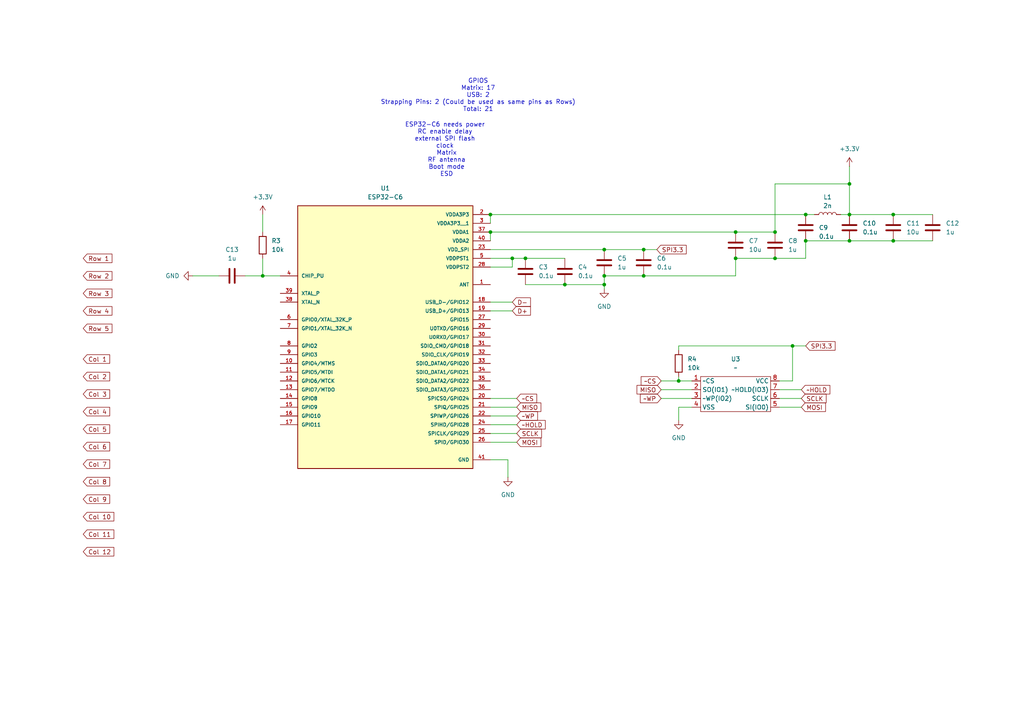
<source format=kicad_sch>
(kicad_sch (version 20250114) (generator "eeschema") (generator_version "9.0")
  (paper "A4")
  (lib_symbols
    (symbol "Device:C" (pin_numbers (hide yes)) (pin_names (offset 0.254))
      (property "Reference" "C" (at 0.635 2.54 0))
      (property "Value" "C" (at 0.635 -2.54 0))
      (symbol "C_0_1"
        (polyline (pts (xy -2.032 0.762) (xy 2.032 0.762)) (stroke (width 0.508)))
        (polyline (pts (xy -2.032 -0.762) (xy 2.032 -0.762)) (stroke (width 0.508)))
      )
      (symbol "C_1_1"
        (pin passive line (at 0 3.81 270) (length 2.794) (name "~") (number "1"))
        (pin passive line (at 0 -3.81 90) (length 2.794) (name "~") (number "2"))
      )
    )
    (symbol "Device:L" (pin_numbers (hide yes)) (pin_names (offset 1.016) (hide yes))
      (property "Reference" "L" (at -1.27 0 90))
      (property "Value" "L" (at 1.905 0 90))
      (symbol "L_0_1"
        (arc (start 0 2.54) (mid 0.6323 1.905) (end 0 1.27))
        (arc (start 0 1.27) (mid 0.6323 0.635) (end 0 0))
        (arc (start 0 0) (mid 0.6323 -0.635) (end 0 -1.27))
        (arc (start 0 -1.27) (mid 0.6323 -1.905) (end 0 -2.54))
      )
      (symbol "L_1_1"
        (pin passive line (at 0 3.81 270) (length 1.27) (name "1") (number "1"))
        (pin passive line (at 0 -3.81 90) (length 1.27) (name "2") (number "2"))
      )
    )
    (symbol "Device:R" (pin_numbers (hide yes)) (pin_names (offset 0))
      (property "Reference" "R" (at 2.032 0 90))
      (property "Value" "R" (at 0 0 90))
      (symbol "R_0_1"
        (rectangle (start -1.016 -2.54) (end 1.016 2.54) (stroke (width 0.254)))
      )
      (symbol "R_1_1"
        (pin passive line (at 0 3.81 270) (length 1.27) (name "~") (number "1"))
        (pin passive line (at 0 -3.81 90) (length 1.27) (name "~") (number "2"))
      )
    )
    (symbol "ESP32:ESP32-C6" (pin_names (offset 1.016))
      (property "Reference" "U" (at -25.4 36.322 0))
      (property "Value" "ESP32-C6" (at -25.4 -43.18 0))
      (symbol "ESP32-C6_0_0"
        (rectangle (start -25.4 -40.64) (end 25.4 35.56) (stroke (width 0.254)) (fill (type background)))
        (pin input line (at -30.48 15.24 0) (length 5.08) (name "CHIP_PU") (number "4"))
        (pin bidirectional line (at -30.48 10.16 0) (length 5.08) (name "XTAL_P") (number "39"))
        (pin bidirectional line (at -30.48 7.62 0) (length 5.08) (name "XTAL_N") (number "38"))
        (pin bidirectional line (at -30.48 2.54 0) (length 5.08) (name "GPIO0/XTAL_32K_P") (number "6"))
        (pin bidirectional line (at -30.48 0 0) (length 5.08) (name "GPIO1/XTAL_32K_N") (number "7"))
        (pin bidirectional line (at -30.48 -5.08 0) (length 5.08) (name "GPIO2") (number "8"))
        (pin bidirectional line (at -30.48 -7.62 0) (length 5.08) (name "GPIO3") (number "9"))
        (pin bidirectional line (at -30.48 -10.16 0) (length 5.08) (name "GPIO4/MTMS") (number "10"))
        (pin bidirectional line (at -30.48 -12.7 0) (length 5.08) (name "GPIO5/MTDI") (number "11"))
        (pin bidirectional line (at -30.48 -15.24 0) (length 5.08) (name "GPIO6/MTCK") (number "12"))
        (pin bidirectional line (at -30.48 -17.78 0) (length 5.08) (name "GPIO7/MTDO") (number "13"))
        (pin bidirectional line (at -30.48 -20.32 0) (length 5.08) (name "GPIO8") (number "14"))
        (pin bidirectional line (at -30.48 -22.86 0) (length 5.08) (name "GPIO9") (number "15"))
        (pin bidirectional line (at -30.48 -25.4 0) (length 5.08) (name "GPIO10") (number "16"))
        (pin bidirectional line (at -30.48 -27.94 0) (length 5.08) (name "GPIO11") (number "17"))
        (pin power_in line (at 30.48 33.02 180) (length 5.08) (name "VDDA3P3") (number "2"))
        (pin power_in line (at 30.48 30.48 180) (length 5.08) (name "VDDA3P3__1") (number "3"))
        (pin power_in line (at 30.48 27.94 180) (length 5.08) (name "VDDA1") (number "37"))
        (pin power_in line (at 30.48 25.4 180) (length 5.08) (name "VDDA2") (number "40"))
        (pin power_in line (at 30.48 22.86 180) (length 5.08) (name "VDD_SPI") (number "23"))
        (pin power_in line (at 30.48 20.32 180) (length 5.08) (name "VDDPST1") (number "5"))
        (pin power_in line (at 30.48 17.78 180) (length 5.08) (name "VDDPST2") (number "28"))
        (pin bidirectional line (at 30.48 12.7 180) (length 5.08) (name "ANT") (number "1"))
        (pin bidirectional line (at 30.48 7.62 180) (length 5.08) (name "USB_D-/GPIO12") (number "18"))
        (pin bidirectional line (at 30.48 5.08 180) (length 5.08) (name "USB_D+/GPIO13") (number "19"))
        (pin bidirectional line (at 30.48 2.54 180) (length 5.08) (name "GPIO15") (number "27"))
        (pin bidirectional line (at 30.48 0 180) (length 5.08) (name "U0TXD/GPIO16") (number "29"))
        (pin bidirectional line (at 30.48 -2.54 180) (length 5.08) (name "U0RXD/GPIO17") (number "30"))
        (pin bidirectional line (at 30.48 -5.08 180) (length 5.08) (name "SDIO_CMD/GPIO18") (number "31"))
        (pin bidirectional line (at 30.48 -7.62 180) (length 5.08) (name "SDIO_CLK/GPIO19") (number "32"))
        (pin bidirectional line (at 30.48 -10.16 180) (length 5.08) (name "SDIO_DATA0/GPIO20") (number "33"))
        (pin bidirectional line (at 30.48 -12.7 180) (length 5.08) (name "SDIO_DATA1/GPIO21") (number "34"))
        (pin bidirectional line (at 30.48 -15.24 180) (length 5.08) (name "SDIO_DATA2/GPIO22") (number "35"))
        (pin bidirectional line (at 30.48 -17.78 180) (length 5.08) (name "SDIO_DATA3/GPIO23") (number "36"))
        (pin bidirectional line (at 30.48 -20.32 180) (length 5.08) (name "SPICS0/GPIO24") (number "20"))
        (pin bidirectional line (at 30.48 -22.86 180) (length 5.08) (name "SPIQ/GPIO25") (number "21"))
        (pin bidirectional line (at 30.48 -25.4 180) (length 5.08) (name "SPIWP/GPIO26") (number "22"))
        (pin bidirectional line (at 30.48 -27.94 180) (length 5.08) (name "SPIHD/GPIO28") (number "24"))
        (pin bidirectional line (at 30.48 -30.48 180) (length 5.08) (name "SPICLK/GPIO29") (number "25"))
        (pin bidirectional line (at 30.48 -33.02 180) (length 5.08) (name "SPID/GPIO30") (number "26"))
        (pin power_in line (at 30.48 -38.1 180) (length 5.08) (name "GND") (number "41"))
      )
    )
    (symbol "ESP32:GD25Q32ESIGR"
      (property "Reference" "U" (at 0 0 0))
      (symbol "GD25Q32ESIGR_1_1"
        (rectangle (start -6.35 1.27) (end 13.97 -8.89))
        (pin input line (at -8.89 0 0) (length 2.54) (name "~CS") (number "1"))
        (pin output line (at -8.89 -2.54 0) (length 2.54) (name "SO(IO1)") (number "2"))
        (pin bidirectional line (at -8.89 -5.08 0) (length 2.54) (name "~WP(IO2)") (number "3"))
        (pin input line (at -8.89 -7.62 0) (length 2.54) (name "VSS") (number "4"))
        (pin input line (at 16.51 0 180) (length 2.54) (name "VCC") (number "8"))
        (pin input line (at 16.51 -2.54 180) (length 2.54) (name "~HOLD(IO3)") (number "7"))
        (pin input line (at 16.51 -5.08 180) (length 2.54) (name "SCLK") (number "6"))
        (pin input line (at 16.51 -7.62 180) (length 2.54) (name "SI(IO0)") (number "5"))
      )
    )
    (symbol "power:+3.3V" (power) (pin_numbers (hide yes)) (pin_names (offset 0) (hide yes))
      (property "Value" "+3.3V" (at 0 3.556 0))
      (symbol "+3.3V_0_1"
        (polyline (pts (xy -0.762 1.27) (xy 0 2.54)))
        (polyline (pts (xy 0 2.54) (xy 0.762 1.27)))
        (polyline (pts (xy 0 0) (xy 0 2.54)))
      )
      (symbol "+3.3V_1_1"
        (pin power_in line (at 0 0 90) (length 0) (name "~") (number "1"))
      )
    )
    (symbol "power:GND" (power) (pin_numbers (hide yes)) (pin_names (offset 0) (hide yes))
      (property "Value" "GND" (at 0 -3.81 0))
      (symbol "GND_0_1"
        (polyline (pts (xy 0 0) (xy 0 -1.27) (xy 1.27 -1.27) (xy 0 -2.54) (xy -1.27 -1.27) (xy 0 -1.27)))
      )
      (symbol "GND_1_1"
        (pin power_in line (at 0 0 270) (length 0) (name "~") (number "1"))
      )
    )
  )
  (text "GPIOS\nMatrix: 17\nUSB: 2\nStrapping Pins: 2 (Could be used as same pins as Rows)\nTotal: 21" (at 138.684 27.686 0) (effects (font (size 1.27 1.27))))
  (text "ESP32-C6 needs power \nRC enable delay \nexternal SPI flash \nclock \nMatrix\nRF antenna\nBoot mode\nESD" (at 129.54 43.434 0) (effects (font (size 1.27 1.27))))
  (junction (at 224.79 74.93))
  (junction (at 259.08 69.85))
  (junction (at 142.24 62.23))
  (junction (at 148.59 74.93))
  (junction (at 246.38 53.34))
  (junction (at 213.36 74.93))
  (junction (at 246.38 69.85))
  (junction (at 163.83 82.55))
  (junction (at 233.68 69.85))
  (junction (at 233.68 62.23))
  (junction (at 175.26 80.01))
  (junction (at 224.79 67.31))
  (junction (at 186.69 72.39))
  (junction (at 186.69 80.01))
  (junction (at 175.26 72.39))
  (junction (at 213.36 67.31))
  (junction (at 196.85 110.49))
  (junction (at 76.2 80.01))
  (junction (at 229.87 100.33))
  (junction (at 246.38 62.23))
  (junction (at 142.24 67.31))
  (junction (at 152.4 74.93))
  (junction (at 259.08 62.23))
  (junction (at 175.26 82.55))
  (wire (pts (xy 226.06 113.03) (xy 232.41 113.03)))
  (wire (pts (xy 213.36 80.01) (xy 213.36 74.93)))
  (wire (pts (xy 147.32 138.43) (xy 147.32 133.35)))
  (wire (pts (xy 196.85 100.33) (xy 196.85 101.6)))
  (wire (pts (xy 76.2 74.93) (xy 76.2 80.01)))
  (wire (pts (xy 142.24 118.11) (xy 149.86 118.11)))
  (wire (pts (xy 246.38 53.34) (xy 224.79 53.34)))
  (wire (pts (xy 175.26 72.39) (xy 186.69 72.39)))
  (wire (pts (xy 190.5 72.39) (xy 186.69 72.39)))
  (wire (pts (xy 142.24 120.65) (xy 149.86 120.65)))
  (wire (pts (xy 233.68 69.85) (xy 246.38 69.85)))
  (wire (pts (xy 142.24 87.63) (xy 148.59 87.63)))
  (wire (pts (xy 142.24 115.57) (xy 149.86 115.57)))
  (wire (pts (xy 196.85 118.11) (xy 196.85 121.92)))
  (wire (pts (xy 186.69 80.01) (xy 213.36 80.01)))
  (wire (pts (xy 233.68 74.93) (xy 233.68 69.85)))
  (wire (pts (xy 246.38 53.34) (xy 246.38 62.23)))
  (wire (pts (xy 142.24 123.19) (xy 149.86 123.19)))
  (wire (pts (xy 142.24 125.73) (xy 149.86 125.73)))
  (wire (pts (xy 259.08 69.85) (xy 270.51 69.85)))
  (wire (pts (xy 213.36 74.93) (xy 224.79 74.93)))
  (wire (pts (xy 142.24 72.39) (xy 175.26 72.39)))
  (wire (pts (xy 152.4 74.93) (xy 163.83 74.93)))
  (wire (pts (xy 213.36 67.31) (xy 224.79 67.31)))
  (wire (pts (xy 148.59 74.93) (xy 148.59 77.47)))
  (wire (pts (xy 175.26 80.01) (xy 186.69 80.01)))
  (wire (pts (xy 175.26 82.55) (xy 175.26 83.82)))
  (wire (pts (xy 243.84 62.23) (xy 246.38 62.23)))
  (wire (pts (xy 200.66 110.49) (xy 196.85 110.49)))
  (wire (pts (xy 246.38 62.23) (xy 259.08 62.23)))
  (wire (pts (xy 236.22 62.23) (xy 233.68 62.23)))
  (wire (pts (xy 200.66 118.11) (xy 196.85 118.11)))
  (wire (pts (xy 175.26 82.55) (xy 163.83 82.55)))
  (wire (pts (xy 229.87 110.49) (xy 226.06 110.49)))
  (wire (pts (xy 142.24 128.27) (xy 149.86 128.27)))
  (wire (pts (xy 233.68 62.23) (xy 142.24 62.23)))
  (wire (pts (xy 259.08 62.23) (xy 270.51 62.23)))
  (wire (pts (xy 196.85 100.33) (xy 229.87 100.33)))
  (wire (pts (xy 224.79 53.34) (xy 224.79 67.31)))
  (wire (pts (xy 148.59 77.47) (xy 142.24 77.47)))
  (wire (pts (xy 226.06 115.57) (xy 232.41 115.57)))
  (wire (pts (xy 233.68 100.33) (xy 229.87 100.33)))
  (wire (pts (xy 71.12 80.01) (xy 76.2 80.01)))
  (wire (pts (xy 147.32 133.35) (xy 142.24 133.35)))
  (wire (pts (xy 226.06 118.11) (xy 232.41 118.11)))
  (wire (pts (xy 148.59 74.93) (xy 152.4 74.93)))
  (wire (pts (xy 224.79 74.93) (xy 233.68 74.93)))
  (wire (pts (xy 55.88 80.01) (xy 63.5 80.01)))
  (wire (pts (xy 142.24 67.31) (xy 142.24 69.85)))
  (wire (pts (xy 142.24 74.93) (xy 148.59 74.93)))
  (wire (pts (xy 142.24 90.17) (xy 148.59 90.17)))
  (wire (pts (xy 76.2 62.23) (xy 76.2 67.31)))
  (wire (pts (xy 175.26 80.01) (xy 175.26 82.55)))
  (wire (pts (xy 191.77 115.57) (xy 200.66 115.57)))
  (wire (pts (xy 191.77 113.03) (xy 200.66 113.03)))
  (wire (pts (xy 196.85 110.49) (xy 196.85 109.22)))
  (wire (pts (xy 229.87 100.33) (xy 229.87 110.49)))
  (wire (pts (xy 191.77 110.49) (xy 196.85 110.49)))
  (wire (pts (xy 142.24 62.23) (xy 142.24 64.77)))
  (wire (pts (xy 152.4 82.55) (xy 163.83 82.55)))
  (wire (pts (xy 76.2 80.01) (xy 81.28 80.01)))
  (wire (pts (xy 246.38 69.85) (xy 259.08 69.85)))
  (wire (pts (xy 142.24 67.31) (xy 213.36 67.31)))
  (wire (pts (xy 246.38 48.26) (xy 246.38 53.34)))
  (global_label "Col 3" (shape input) (at 24.13 114.3 0) (property "Intersheetrefs" "${INTERSHEET_REFS}" (effects (hide yes))))
  (global_label "D+" (shape input) (at 148.59 90.17 0) (property "Intersheetrefs" "${INTERSHEET_REFS}" (effects (hide yes))))
  (global_label "Col 2" (shape input) (at 24.13 109.22 0) (property "Intersheetrefs" "${INTERSHEET_REFS}" (effects (hide yes))))
  (global_label "Col 6" (shape input) (at 24.13 129.54 0) (property "Intersheetrefs" "${INTERSHEET_REFS}" (effects (hide yes))))
  (global_label "Col 7" (shape input) (at 24.13 134.62 0) (property "Intersheetrefs" "${INTERSHEET_REFS}" (effects (hide yes))))
  (global_label "MOSI" (shape input) (at 232.41 118.11 0) (property "Intersheetrefs" "${INTERSHEET_REFS}" (effects (hide yes))))
  (global_label "Col 1" (shape input) (at 24.13 104.14 0) (property "Intersheetrefs" "${INTERSHEET_REFS}" (effects (hide yes))))
  (global_label "SCLK" (shape input) (at 232.41 115.57 0) (property "Intersheetrefs" "${INTERSHEET_REFS}" (effects (hide yes))))
  (global_label "~WP" (shape input) (at 191.77 115.57 180) (property "Intersheetrefs" "${INTERSHEET_REFS}" (effects (hide yes))))
  (global_label "Row 4" (shape input) (at 24.13 90.17 0) (property "Intersheetrefs" "${INTERSHEET_REFS}" (effects (hide yes))))
  (global_label "Col 9" (shape input) (at 24.13 144.78 0) (property "Intersheetrefs" "${INTERSHEET_REFS}" (effects (hide yes))))
  (global_label "MISO" (shape input) (at 191.77 113.03 180) (property "Intersheetrefs" "${INTERSHEET_REFS}" (effects (hide yes))))
  (global_label "Col 4" (shape input) (at 24.13 119.38 0) (property "Intersheetrefs" "${INTERSHEET_REFS}" (effects (hide yes))))
  (global_label "Row 1" (shape input) (at 24.13 74.93 0) (property "Intersheetrefs" "${INTERSHEET_REFS}" (effects (hide yes))))
  (global_label "SPI3.3" (shape input) (at 190.5 72.39 0) (property "Intersheetrefs" "${INTERSHEET_REFS}" (effects (hide yes))))
  (global_label "Col 10" (shape input) (at 24.13 149.86 0) (property "Intersheetrefs" "${INTERSHEET_REFS}" (effects (hide yes))))
  (global_label "Col 11" (shape input) (at 24.13 154.94 0) (property "Intersheetrefs" "${INTERSHEET_REFS}" (effects (hide yes))))
  (global_label "Row 2" (shape input) (at 24.13 80.01 0) (property "Intersheetrefs" "${INTERSHEET_REFS}" (effects (hide yes))))
  (global_label "Col 5" (shape input) (at 24.13 124.46 0) (property "Intersheetrefs" "${INTERSHEET_REFS}" (effects (hide yes))))
  (global_label "MOSI" (shape input) (at 149.86 128.27 0) (property "Intersheetrefs" "${INTERSHEET_REFS}" (effects (hide yes))))
  (global_label "SCLK" (shape input) (at 149.86 125.73 0) (property "Intersheetrefs" "${INTERSHEET_REFS}" (effects (hide yes))))
  (global_label "~HOLD" (shape input) (at 149.86 123.19 0) (property "Intersheetrefs" "${INTERSHEET_REFS}" (effects (hide yes))))
  (global_label "~HOLD" (shape input) (at 232.41 113.03 0) (property "Intersheetrefs" "${INTERSHEET_REFS}" (effects (hide yes))))
  (global_label "~WP" (shape input) (at 149.86 120.65 0) (property "Intersheetrefs" "${INTERSHEET_REFS}" (effects (hide yes))))
  (global_label "Col 8" (shape input) (at 24.13 139.7 0) (property "Intersheetrefs" "${INTERSHEET_REFS}" (effects (hide yes))))
  (global_label "Col 12" (shape input) (at 24.13 160.02 0) (property "Intersheetrefs" "${INTERSHEET_REFS}" (effects (hide yes))))
  (global_label "D-" (shape input) (at 148.59 87.63 0) (property "Intersheetrefs" "${INTERSHEET_REFS}" (effects (hide yes))))
  (global_label "MISO" (shape input) (at 149.86 118.11 0) (property "Intersheetrefs" "${INTERSHEET_REFS}" (effects (hide yes))))
  (global_label "Row 5" (shape input) (at 24.13 95.25 0) (property "Intersheetrefs" "${INTERSHEET_REFS}" (effects (hide yes))))
  (global_label "~CS" (shape input) (at 149.86 115.57 0) (property "Intersheetrefs" "${INTERSHEET_REFS}" (effects (hide yes))))
  (global_label "SPI3.3" (shape input) (at 233.68 100.33 0) (property "Intersheetrefs" "${INTERSHEET_REFS}" (effects (hide yes))))
  (global_label "Row 3" (shape input) (at 24.13 85.09 0) (property "Intersheetrefs" "${INTERSHEET_REFS}" (effects (hide yes))))
  (global_label "~CS" (shape input) (at 191.77 110.49 180) (property "Intersheetrefs" "${INTERSHEET_REFS}" (effects (hide yes))))
  (symbol (lib_id "power:GND") (at 175.26 83.82 0) (unit 1)
    (property "Reference" "#PWR04" (effects (hide yes)))
    (property "Value" "GND" (at 175.26 88.9 0))
    (property "Description" "Power symbol creates a global label with name \"GND\" , ground" (effects (hide yes)))
  )
  (symbol (lib_id "Device:C") (at 175.26 76.2 0) (unit 1)
    (property "Reference" "C5" (at 179.07 74.93 0) (effects (justify left)))
    (property "Value" "1u" (at 179.07 77.47 0) (effects (justify left)))
    (property "Footprint" "Resistor_SMD:R_0402_1005Metric_Pad0.72x0.64mm_HandSolder" (effects (hide yes)))
    (property "Description" "Unpolarized capacitor" (effects (hide yes)))
  )
  (symbol (lib_id "Device:R") (at 76.2 71.12 0) (unit 1)
    (property "Reference" "R3" (at 78.74 69.8499 0) (effects (justify left)))
    (property "Value" "10k" (at 78.74 72.3899 0) (effects (justify left)))
    (property "Footprint" "Resistor_SMD:R_0402_1005Metric_Pad0.72x0.64mm_HandSolder" (effects (hide yes)))
    (property "Description" "Resistor" (effects (hide yes)))
  )
  (symbol (lib_id "Device:C") (at 233.68 66.04 0) (unit 1)
    (property "Reference" "C9" (at 237.49 66.0399 0) (effects (justify left)))
    (property "Value" "0.1u" (at 237.49 68.5799 0) (effects (justify left)))
    (property "Footprint" "Resistor_SMD:R_0402_1005Metric_Pad0.72x0.64mm_HandSolder" (effects (hide yes)))
    (property "Description" "Unpolarized capacitor" (effects (hide yes)))
  )
  (symbol (lib_id "power:GND") (at 196.85 121.92 0) (unit 1)
    (property "Reference" "#PWR07" (effects (hide yes)))
    (property "Value" "GND" (at 196.85 127 0))
    (property "Description" "Power symbol creates a global label with name \"GND\" , ground" (effects (hide yes)))
  )
  (symbol (lib_id "power:GND") (at 55.88 80.01 270) (unit 1)
    (property "Reference" "#PWR05" (effects (hide yes)))
    (property "Value" "GND" (at 52.07 80.0099 90) (effects (justify right)))
    (property "Description" "Power symbol creates a global label with name \"GND\" , ground" (effects (hide yes)))
  )
  (symbol (lib_id "Device:L") (at 240.03 62.23 90) (unit 1)
    (property "Reference" "L1" (at 240.03 57.15 90))
    (property "Value" "2n" (at 240.03 59.69 90))
    (property "Footprint" "Inductor_SMD:L_0402_1005Metric_Pad0.77x0.64mm_HandSolder" (effects (hide yes)))
    (property "Description" "Inductor 2nH, 500mA" (effects (hide yes)))
  )
  (symbol (lib_id "Device:C") (at 152.4 78.74 0) (unit 1)
    (property "Reference" "C3" (at 156.21 77.4699 0) (effects (justify left)))
    (property "Value" "0.1u" (at 156.21 80.0099 0) (effects (justify left)))
    (property "Footprint" "Resistor_SMD:R_0402_1005Metric_Pad0.72x0.64mm_HandSolder" (effects (hide yes)))
    (property "Description" "Unpolarized capacitor" (effects (hide yes)))
  )
  (symbol (lib_id "ESP32:ESP32-C6") (at 111.76 95.25 0) (unit 1)
    (property "Reference" "U1" (at 111.76 54.61 0))
    (property "Value" "ESP32-C6" (at 111.76 57.15 0))
    (property "Footprint" "ESP32:QFN40P500X500X90-41N" (effects (hide yes)))
    (property "PARTREV" "v0.5" (effects (hide yes)))
    (property "STANDARD" "IPC-7351B" (effects (hide yes)))
    (property "SNAPEDA_PN" "ESP32-C6" (effects (hide yes)))
    (property "MAXIMUM_PACKAGE_HEIGHT" "0.9mm" (effects (hide yes)))
    (property "MANUFACTURER" "Espressif Systems" (effects (hide yes)))
  )
  (symbol (lib_id "Device:C") (at 67.31 80.01 270) (unit 1)
    (property "Reference" "C13" (at 67.31 72.39 90))
    (property "Value" "1u" (at 67.31 74.93 90))
    (property "Footprint" "Capacitor_SMD:C_0402_1005Metric_Pad0.74x0.62mm_HandSolder" (effects (hide yes)))
    (property "Description" "Unpolarized capacitor" (effects (hide yes)))
  )
  (symbol (lib_id "Device:C") (at 259.08 66.04 0) (unit 1)
    (property "Reference" "C11" (at 262.89 64.7699 0) (effects (justify left)))
    (property "Value" "10u" (at 262.89 67.3099 0) (effects (justify left)))
    (property "Footprint" "Resistor_SMD:R_0402_1005Metric_Pad0.72x0.64mm_HandSolder" (effects (hide yes)))
    (property "Description" "Unpolarized capacitor" (effects (hide yes)))
  )
  (symbol (lib_id "Device:C") (at 213.36 71.12 0) (unit 1)
    (property "Reference" "C7" (at 217.17 69.8499 0) (effects (justify left)))
    (property "Value" "10u" (at 217.17 72.3899 0) (effects (justify left)))
    (property "Footprint" "Resistor_SMD:R_0402_1005Metric_Pad0.72x0.64mm_HandSolder" (effects (hide yes)))
    (property "Description" "Unpolarized capacitor" (effects (hide yes)))
  )
  (symbol (lib_id "power:GND") (at 147.32 138.43 0) (unit 1)
    (property "Reference" "#PWR08" (effects (hide yes)))
    (property "Value" "GND" (at 147.32 143.51 0))
    (property "Description" "Power symbol creates a global label with name \"GND\" , ground" (effects (hide yes)))
  )
  (symbol (lib_id "Device:C") (at 270.51 66.04 0) (unit 1)
    (property "Reference" "C12" (at 274.32 64.7699 0) (effects (justify left)))
    (property "Value" "1u" (at 274.32 67.3099 0) (effects (justify left)))
    (property "Footprint" "Resistor_SMD:R_0402_1005Metric_Pad0.72x0.64mm_HandSolder" (effects (hide yes)))
    (property "Description" "Unpolarized capacitor" (effects (hide yes)))
  )
  (symbol (lib_id "power:+3.3V") (at 246.38 48.26 0) (unit 1)
    (property "Reference" "#PWR03" (effects (hide yes)))
    (property "Value" "+3.3V" (at 246.38 43.18 0))
    (property "Description" "Power symbol creates a global label with name \"+3.3V\"" (effects (hide yes)))
  )
  (symbol (lib_id "Device:C") (at 224.79 71.12 0) (unit 1)
    (property "Reference" "C8" (at 228.6 69.8499 0) (effects (justify left)))
    (property "Value" "1u" (at 228.6 72.3899 0) (effects (justify left)))
    (property "Footprint" "Resistor_SMD:R_0402_1005Metric_Pad0.72x0.64mm_HandSolder" (effects (hide yes)))
    (property "Description" "Unpolarized capacitor" (effects (hide yes)))
  )
  (symbol (lib_id "Device:C") (at 186.69 76.2 0) (unit 1)
    (property "Reference" "C6" (at 190.5 74.9299 0) (effects (justify left)))
    (property "Value" "0.1u" (at 190.5 77.4699 0) (effects (justify left)))
    (property "Footprint" "Resistor_SMD:R_0402_1005Metric_Pad0.72x0.64mm_HandSolder" (effects (hide yes)))
    (property "Description" "Unpolarized capacitor" (effects (hide yes)))
  )
  (symbol (lib_id "ESP32:GD25Q32ESIGR") (at 209.55 110.49 0) (unit 1)
    (property "Reference" "U3" (at 213.36 104.14 0))
    (property "Value" "~" (at 213.36 106.68 0))
    (property "Footprint" "ESP32:SOIC127P790X216-8N" (effects (hide yes)))
    (property "Description" "4MB Flash memory, GD25Q32ESIGR" (effects (hide yes)))
  )
  (symbol (lib_id "Device:R") (at 196.85 105.41 0) (unit 1)
    (property "Reference" "R4" (at 199.39 104.1399 0) (effects (justify left)))
    (property "Value" "10k" (at 199.39 106.6799 0) (effects (justify left)))
    (property "Footprint" "Resistor_SMD:R_0402_1005Metric_Pad0.72x0.64mm_HandSolder" (effects (hide yes)))
    (property "Description" "Resistor" (effects (hide yes)))
  )
  (symbol (lib_id "Device:C") (at 163.83 78.74 0) (unit 1)
    (property "Reference" "C4" (at 167.64 77.4699 0) (effects (justify left)))
    (property "Value" "0.1u" (at 167.64 80.0099 0) (effects (justify left)))
    (property "Footprint" "Resistor_SMD:R_0402_1005Metric_Pad0.72x0.64mm_HandSolder" (effects (hide yes)))
    (property "Description" "Unpolarized capacitor" (effects (hide yes)))
  )
  (symbol (lib_id "Device:C") (at 246.38 66.04 0) (unit 1)
    (property "Reference" "C10" (at 250.19 64.7699 0) (effects (justify left)))
    (property "Value" "0.1u" (at 250.19 67.3099 0) (effects (justify left)))
    (property "Footprint" "Resistor_SMD:R_0402_1005Metric_Pad0.72x0.64mm_HandSolder" (effects (hide yes)))
    (property "Description" "Unpolarized capacitor" (effects (hide yes)))
  )
  (symbol (lib_id "power:+3.3V") (at 76.2 62.23 0) (unit 1)
    (property "Reference" "#PWR06" (effects (hide yes)))
    (property "Value" "+3.3V" (at 76.2 57.15 0))
    (property "Description" "Power symbol creates a global label with name \"+3.3V\"" (effects (hide yes)))
  )
)
</source>
